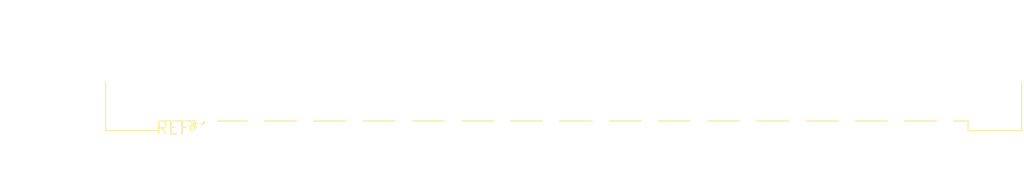
<source format=kicad_pcb>
(kicad_pcb (version 20240108) (generator pcbnew)
  (layers (0 "F.Cu" signal) (31 "B.Cu" signal) (34 "B.Paste" user) (35 "F.Paste" user) (36 "B.SilkS" user "B.Silkscreen") (37 "F.SilkS" user "F.Silkscreen") (38 "B.Mask" user) (39 "F.Mask" user) (44 "Edge.Cuts" user))
  (net 0 "")
  (footprint "DIN41612_C_2x16_Male_Horizontal_THT" (layer "F.Cu") (at 0 0)
    (property "Reference" "REF**")
    (property "Value" "DIN41612_C_2x16_Male_Horizontal_THT")
    (fp_line (start -7.89 -4.74) (end -7.89 0.26) (layer "F.SilkS") (stroke (width 0.12)))
    (fp_line (start -7.89 0.26) (end -2.37 0.26) (layer "F.SilkS") (stroke (width 0.12)))
    (fp_line (start -2.371 -0.74) (end 1.445 -0.74) (layer "F.SilkS") (stroke (width 0.12)))
    (fp_line (start -2.37 0.26) (end -2.37 -0.74) (layer "F.SilkS") (stroke (width 0.12)))
    (fp_line (start 0.845 -0.3) (end 0.845 0.3) (layer "F.SilkS") (stroke (width 0.12)))
    (fp_line (start 0.845 0.3) (end 1.445 0) (layer "F.SilkS") (stroke (width 0.12)))
    (fp_line (start 1.445 0) (end 0.845 -0.3) (layer "F.SilkS") (stroke (width 0.12)))
    (fp_line (start 3.635 -0.74) (end 6.751 -0.74) (layer "F.SilkS") (stroke (width 0.12)))
    (fp_line (start 8.49 -0.74) (end 11.831 -0.74) (layer "F.SilkS") (stroke (width 0.12)))
    (fp_line (start 13.57 -0.74) (end 16.911 -0.74) (layer "F.SilkS") (stroke (width 0.12)))
    (fp_line (start 18.65 -0.74) (end 21.991 -0.74) (layer "F.SilkS") (stroke (width 0.12)))
    (fp_line (start 23.73 -0.74) (end 27.071 -0.74) (layer "F.SilkS") (stroke (width 0.12)))
    (fp_line (start 28.81 -0.74) (end 32.151 -0.74) (layer "F.SilkS") (stroke (width 0.12)))
    (fp_line (start 33.89 -0.74) (end 37.231 -0.74) (layer "F.SilkS") (stroke (width 0.12)))
    (fp_line (start 38.97 -0.74) (end 42.311 -0.74) (layer "F.SilkS") (stroke (width 0.12)))
    (fp_line (start 44.05 -0.74) (end 47.391 -0.74) (layer "F.SilkS") (stroke (width 0.12)))
    (fp_line (start 49.13 -0.74) (end 52.471 -0.74) (layer "F.SilkS") (stroke (width 0.12)))
    (fp_line (start 54.21 -0.74) (end 57.551 -0.74) (layer "F.SilkS") (stroke (width 0.12)))
    (fp_line (start 59.29 -0.74) (end 62.631 -0.74) (layer "F.SilkS") (stroke (width 0.12)))
    (fp_line (start 64.37 -0.74) (end 67.711 -0.74) (layer "F.SilkS") (stroke (width 0.12)))
    (fp_line (start 69.45 -0.74) (end 72.791 -0.74) (layer "F.SilkS") (stroke (width 0.12)))
    (fp_line (start 74.53 -0.74) (end 77.871 -0.74) (layer "F.SilkS") (stroke (width 0.12)))
    (fp_line (start 79.61 -0.74) (end 81.11 -0.74) (layer "F.SilkS") (stroke (width 0.12)))
    (fp_line (start 81.11 0.26) (end 81.11 -0.74) (layer "F.SilkS") (stroke (width 0.12)))
    (fp_line (start 86.63 -4.74) (end 86.63 0.26) (layer "F.SilkS") (stroke (width 0.12)))
    (fp_line (start 86.63 0.26) (end 81.11 0.26) (layer "F.SilkS") (stroke (width 0.12)))
    (pad "" np_thru_hole circle (at -5.08 -2.54) (size 2.85 2.85) (drill 2.85) (layers *.Cu *.Mask))
    (pad "" np_thru_hole circle (at 83.82 -2.54) (size 2.85 2.85) (drill 2.85) (layers *.Cu *.Mask))
    (pad "a2" thru_hole roundrect (at 2.54 0) (size 1.55 1.55) (drill 1) (layers *.Cu *.Mask) (remove_unused_layers) (roundrect_rratio 0.16129))
    (pad "a4" thru_hole circle (at 7.62 0) (size 1.55 1.55) (drill 1) (layers *.Cu *.Mask) (remove_unused_layers))
    (pad "a6" thru_hole circle (at 12.7 0) (size 1.55 1.55) (drill 1) (layers *.Cu *.Mask) (remove_unused_layers))
    (pad "a8" thru_hole circle (at 17.78 0) (size 1.55 1.55) (drill 1) (layers *.Cu *.Mask) (remove_unused_layers))
    (pad "a10" thru_hole circle (at 22.86 0) (size 1.55 1.55) (drill 1) (layers *.Cu *.Mask) (remove_unused_layers))
    (pad "a12" thru_hole circle (at 27.94 0) (size 1.55 1.55) (drill 1) (layers *.Cu *.Mask) (remove_unused_layers))
    (pad "a14" thru_hole circle (at 33.02 0) (size 1.55 1.55) (drill 1) (layers *.Cu *.Mask) (remove_unused_layers))
    (pad "a16" thru_hole circle (at 38.1 0) (size 1.55 1.55) (drill 1) (layers *.Cu *.Mask) (remove_unused_layers))
    (pad "a18" thru_hole circle (at 43.18 0) (size 1.55 1.55) (drill 1) (layers *.Cu *.Mask) (remove_unused_layers))
    (pad "a20" thru_hole circle (at 48.26 0) (size 1.55 1.55) (drill 1) (layers *.Cu *.Mask) (remove_unused_layers))
    (pad "a22" thru_hole circle (at 53.34 0) (size 1.55 1.55) (drill 1) (layers *.Cu *.Mask) (remove_unused_layers))
    (pad "a24" thru_hole circle (at 58.42 0) (size 1.55 1.55) (drill 1) (layers *.Cu *.Mask) (remove_unused_layers))
    (pad "a26" thru_hole circle (at 63.5 0) (size 1.55 1.55) (drill 1) (layers *.Cu *.Mask) (remove_unused_layers))
    (pad "a28" thru_hole circle (at 68.58 0) (size 1.55 1.55) (drill 1) (layers *.Cu *.Mask) (remove_unused_layers))
    (pad "a30" thru_hole circle (at 73.66 0) (size 1.55 1.55) (drill 1) (layers *.Cu *.Mask) (remove_unused_layers))
    (pad "a32" thru_hole circle (at 78.74 0) (size 1.55 1.55) (drill 1) (layers *.Cu *.Mask) (remove_unused_layers))
    (pad "c2" thru_hole circle (at 2.54 5.08) (size 1.55 1.55) (drill 1) (layers *.Cu *.Mask) (remove_unused_layers))
    (pad "c4" thru_hole circle (at 7.62 5.08) (size 1.55 1.55) (drill 1) (layers *.Cu *.Mask) (remove_unused_layers))
    (pad "c6" thru_hole circle (at 12.7 5.08) (size 1.55 1.55) (drill 1) (layers *.Cu *.Mask) (remove_unused_layers))
    (pad "c8" thru_hole circle (at 17.78 5.08) (size 1.55 1.55) (drill 1) (layers *.Cu *.Mask) (remove_unused_layers))
    (pad "c10" thru_hole circle (at 22.86 5.08) (size 1.55 1.55) (drill 1) (layers *.Cu *.Mask) (remove_unused_layers))
    (pad "c12" thru_hole circle (at 27.94 5.08) (size 1.55 1.55) (drill 1) (layers *.Cu *.Mask) (remove_unused_layers))
    (pad "c14" thru_hole circle (at 33.02 5.08) (size 1.55 1.55) (drill 1) (layers *.Cu *.Mask) (remove_unused_layers))
    (pad "c16" thru_hole circle (at 38.1 5.08) (size 1.55 1.55) (drill 1) (layers *.Cu *.Mask) (remove_unused_layers))
    (pad "c18" thru_hole circle (at 43.18 5.08) (size 1.55 1.55) (drill 1) (layers *.Cu *.Mask) (remove_unused_layers))
    (pad "c20" thru_hole circle (at 48.26 5.08) (size 1.55 1.55) (drill 1) (layers *.Cu *.Mask) (remove_unused_layers))
    (pad "c22" thru_hole circle (at 53.34 5.08) (size 1.55 1.55) (drill 1) (layers *.Cu *.Mask) (remove_unused_layers))
    (pad "c24" thru_hole circle (at 58.42 5.08) (size 1.55 1.55) (drill 1) (layers *.Cu *.Mask) (remove_unused_layers))
    (pad "c26" thru_hole circle (at 63.5 5.08) (size 1.55 1.55) (drill 1) (layers *.Cu *.Mask) (remove_unused_layers))
    (pad "c28" thru_hole circle (at 68.58 5.08) (size 1.55 1.55) (drill 1) (layers *.Cu *.Mask) (remove_unused_layers))
    (pad "c30" thru_hole circle (at 73.66 5.08) (size 1.55 1.55) (drill 1) (layers *.Cu *.Mask) (remove_unused_layers))
    (pad "c32" thru_hole circle (at 78.74 5.08) (size 1.55 1.55) (drill 1) (layers *.Cu *.Mask) (remove_unused_layers))
  )
)
</source>
